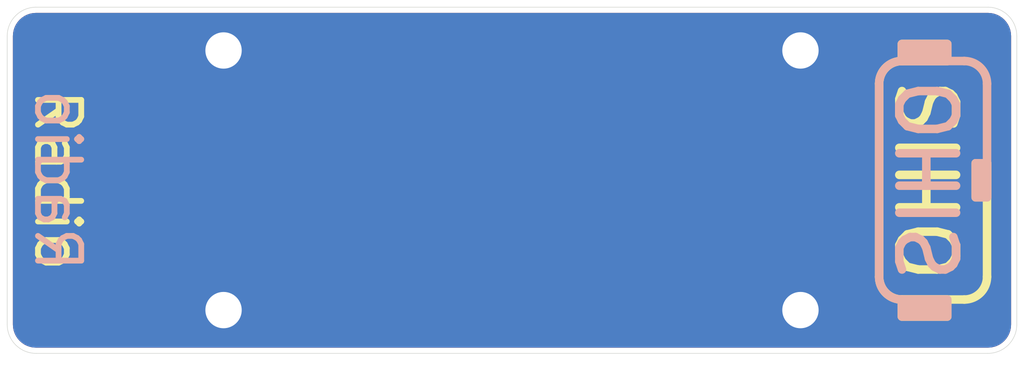
<source format=kicad_pcb>
(kicad_pcb (version 20240108) (generator "pcbnew") (generator_version "8.0")
  (layers (0 "F.Cu" signal) (31 "B.Cu" signal) (34 "B.Paste" user) (35 "F.Paste" user) (36 "B.SilkS" user "B.Silkscreen") (37 "F.SilkS" user "F.Silkscreen") (38 "B.Mask" user) (39 "F.Mask" user) (44 "Edge.Cuts" user))
  (net 0 "")
  (net 1 "Shield")
  (footprint "MountingHole:MountingHole_3.2mm_M3_Pad" (layer "F.Cu") (at 82.55 67.31)
    (property "Reference" "H1" (hide yes))
    (property "Value" "MountingHole_Pad")
    (pad "1" thru_hole circle (at 0 0) (size 6.4 6.4) (drill 3.2) (layers "*.Cu" "*.Mask") (net 1 "Shield"))
  )
  (footprint "OHIS:Logo_OHIS_Large" (layer "F.Cu") (at 144.78 78.74 90)
    (property "Reference" "REF**" (hide yes))
    (property "Value" "Logo_OHIS_Large" (hide yes))
    (fp_line (start 8.499999 -4.499999) (end -8.5 -4.5) (stroke (width 0.75)) (layer "F.SilkS"))
    (fp_line (start -10.5 -2.5) (end -10.5 2.999999) (stroke (width 0.75)) (layer "F.SilkS"))
    (fp_line (start 1.5 5) (end -8.499999 4.999999) (stroke (width 0.75)) (layer "F.SilkS"))
    (fp_rect (start -10.5 -2.5) (end -12 1.5) (stroke (width 0.75)) (fill solid) (layer "F.SilkS"))
    (fp_rect (start 11.999999 -2.499999) (end 10.499999 1.500001) (stroke (width 0.75)) (fill solid) (layer "F.SilkS"))
    (fp_rect (start 1.5 4) (end -1.5 5) (stroke (width 0.75)) (fill solid) (layer "F.SilkS"))
    (fp_arc (start 8.499999 -4.499999) (mid 9.914213 -3.914213) (end 10.499999 -2.499999) (stroke (width 0.75)) (layer "F.SilkS"))
    (fp_arc (start -10.5 -2.5) (mid -9.914214 -3.914214) (end -8.5 -4.5) (stroke (width 0.75)) (layer "F.SilkS"))
    (fp_arc (start -8.499999 4.999999) (mid -9.914213 4.414213) (end -10.499999 2.999999) (stroke (width 0.75)) (layer "F.SilkS"))
    (fp_text user "OHIS" (at 0 0 90) (layer "F.SilkS") (effects (font (size 5 5) (thickness 0.75))))
  )
  (footprint "MountingHole:MountingHole_3.2mm_M3_Pad" (layer "F.Cu") (at 82.55 90.17)
    (property "Reference" "H2" (hide yes))
    (property "Value" "MountingHole_Pad")
    (pad "1" thru_hole circle (at 0 0) (size 6.4 6.4) (drill 3.2) (layers "*.Cu" "*.Mask") (net 1 "Shield"))
  )
  (footprint "MountingHole:MountingHole_3.2mm_M3_Pad" (layer "F.Cu") (at 133.35 90.17)
    (property "Reference" "H4" (hide yes))
    (property "Value" "MountingHole_Pad")
    (pad "1" thru_hole circle (at 0 0) (size 6.4 6.4) (drill 3.2) (layers "*.Cu" "*.Mask") (net 1 "Shield"))
  )
  (footprint "MountingHole:MountingHole_3.2mm_M3_Pad" (layer "F.Cu") (at 133.35 67.31)
    (property "Reference" "H3" (hide yes))
    (property "Value" "MountingHole_Pad")
    (pad "1" thru_hole circle (at 0 0) (size 6.4 6.4) (drill 3.2) (layers "*.Cu" "*.Mask") (net 1 "Shield"))
  )
  (footprint "OHIS:Logo_OHIS_Large" (layer "B.Cu") (at 144.78 78.74 -90)
    (property "Reference" "REF**" (hide yes))
    (property "Value" "Logo_OHIS_Large" (hide yes))
    (fp_line (start -8.5 4.5) (end 8.499999 4.499999) (stroke (width 0.75)) (layer "B.SilkS"))
    (fp_line (start -10.5 -2.999999) (end -10.5 2.5) (stroke (width 0.75)) (layer "B.SilkS"))
    (fp_line (start -8.499999 -4.999999) (end 1.5 -5) (stroke (width 0.75)) (layer "B.SilkS"))
    (fp_rect (start -12 -1.5) (end -10.5 2.5) (stroke (width 0.75)) (fill solid) (layer "B.SilkS"))
    (fp_rect (start 10.499999 -1.500001) (end 11.999999 2.499999) (stroke (width 0.75)) (fill solid) (layer "B.SilkS"))
    (fp_rect (start -1.5 -5) (end 1.5 -4) (stroke (width 0.75)) (fill solid) (layer "B.SilkS"))
    (fp_arc (start -8.5 4.5) (mid -9.914214 3.914214) (end -10.5 2.5) (stroke (width 0.75)) (layer "B.SilkS"))
    (fp_arc (start 10.499999 2.499999) (mid 9.914213 3.914213) (end 8.499999 4.499999) (stroke (width 0.75)) (layer "B.SilkS"))
    (fp_arc (start -10.499999 -2.999999) (mid -9.914213 -4.414213) (end -8.499999 -4.999999) (stroke (width 0.75)) (layer "B.SilkS"))
    (fp_text user "OHIS" (at 0 0 90) (layer "B.SilkS") (effects (font (size 5 5) (thickness 0.75)) (justify mirror)))
  )
  (gr_line (start 63.5 66.04) (end 63.5 91.44) (stroke (width 0.05)) (layer "Edge.Cuts"))
  (gr_arc (start 152.4 91.44) (mid 151.656051 93.236051) (end 149.86 93.98) (stroke (width 0.05)) (layer "Edge.Cuts"))
  (gr_line (start 152.4 91.44) (end 152.4 66.04) (stroke (width 0.05)) (layer "Edge.Cuts"))
  (gr_line (start 66.04 93.98) (end 149.86 93.98) (stroke (width 0.05)) (layer "Edge.Cuts"))
  (gr_arc (start 63.5 66.04) (mid 64.243949 64.243949) (end 66.04 63.5) (stroke (width 0.05)) (layer "Edge.Cuts"))
  (gr_line (start 149.86 63.5) (end 66.04 63.5) (stroke (width 0.05)) (layer "Edge.Cuts"))
  (gr_arc (start 66.04 93.98) (mid 64.243949 93.236051) (end 63.5 91.44) (stroke (width 0.05)) (layer "Edge.Cuts"))
  (gr_arc (start 149.86 63.5) (mid 151.656051 64.243949) (end 152.4 66.04) (stroke (width 0.05)) (layer "Edge.Cuts"))
  (gr_text "Radio" (at 67.945 78.74 -90) (layer "B.SilkS") (effects (font (size 3.81 3.81) (thickness 0.508) (bold yes)) (justify mirror)))
  (gr_text "Radio" (at 67.945 78.74 270) (layer "F.SilkS") (effects (font (size 3.81 3.81) (thickness 0.508) (bold yes))))
  (zone (net 1) (net_name "Shield") (layers "F&B.Cu") (connect_pads yes (clearance 0.5)) (min_thickness 0.25) (fill yes (thermal_gap 0.5) (thermal_bridge_width 0.5))
    (polygon (pts (xy 62.865 62.865) (xy 153.035 62.865) (xy 153.035 94.615) (xy 62.865 94.615)))
  )
)
</source>
